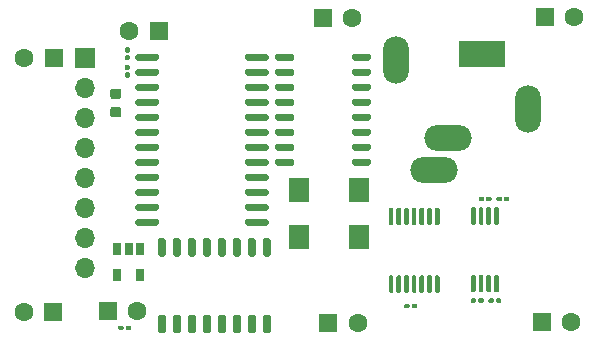
<source format=gbr>
G04 #@! TF.GenerationSoftware,KiCad,Pcbnew,(5.1.9)-1*
G04 #@! TF.CreationDate,2021-01-15T03:22:01+08:00*
G04 #@! TF.ProjectId,opl3,6f706c33-2e6b-4696-9361-645f70636258,rev?*
G04 #@! TF.SameCoordinates,Original*
G04 #@! TF.FileFunction,Soldermask,Top*
G04 #@! TF.FilePolarity,Negative*
%FSLAX46Y46*%
G04 Gerber Fmt 4.6, Leading zero omitted, Abs format (unit mm)*
G04 Created by KiCad (PCBNEW (5.1.9)-1) date 2021-01-15 03:22:01*
%MOMM*%
%LPD*%
G01*
G04 APERTURE LIST*
%ADD10C,1.600000*%
%ADD11R,1.600000X1.600000*%
%ADD12R,1.800000X2.000000*%
%ADD13R,0.650000X1.060000*%
%ADD14O,2.200000X4.000000*%
%ADD15O,4.000000X2.200000*%
%ADD16R,4.000000X2.200000*%
%ADD17O,1.700000X1.700000*%
%ADD18R,1.700000X1.700000*%
G04 APERTURE END LIST*
G04 #@! TO.C,U4*
G36*
G01*
X165164800Y-110689100D02*
X164964800Y-110689100D01*
G75*
G02*
X164864800Y-110589100I0J100000D01*
G01*
X164864800Y-109314100D01*
G75*
G02*
X164964800Y-109214100I100000J0D01*
G01*
X165164800Y-109214100D01*
G75*
G02*
X165264800Y-109314100I0J-100000D01*
G01*
X165264800Y-110589100D01*
G75*
G02*
X165164800Y-110689100I-100000J0D01*
G01*
G37*
G36*
G01*
X165814800Y-110689100D02*
X165614800Y-110689100D01*
G75*
G02*
X165514800Y-110589100I0J100000D01*
G01*
X165514800Y-109314100D01*
G75*
G02*
X165614800Y-109214100I100000J0D01*
G01*
X165814800Y-109214100D01*
G75*
G02*
X165914800Y-109314100I0J-100000D01*
G01*
X165914800Y-110589100D01*
G75*
G02*
X165814800Y-110689100I-100000J0D01*
G01*
G37*
G36*
G01*
X166464800Y-110689100D02*
X166264800Y-110689100D01*
G75*
G02*
X166164800Y-110589100I0J100000D01*
G01*
X166164800Y-109314100D01*
G75*
G02*
X166264800Y-109214100I100000J0D01*
G01*
X166464800Y-109214100D01*
G75*
G02*
X166564800Y-109314100I0J-100000D01*
G01*
X166564800Y-110589100D01*
G75*
G02*
X166464800Y-110689100I-100000J0D01*
G01*
G37*
G36*
G01*
X167114800Y-110689100D02*
X166914800Y-110689100D01*
G75*
G02*
X166814800Y-110589100I0J100000D01*
G01*
X166814800Y-109314100D01*
G75*
G02*
X166914800Y-109214100I100000J0D01*
G01*
X167114800Y-109214100D01*
G75*
G02*
X167214800Y-109314100I0J-100000D01*
G01*
X167214800Y-110589100D01*
G75*
G02*
X167114800Y-110689100I-100000J0D01*
G01*
G37*
G36*
G01*
X167114800Y-116414100D02*
X166914800Y-116414100D01*
G75*
G02*
X166814800Y-116314100I0J100000D01*
G01*
X166814800Y-115039100D01*
G75*
G02*
X166914800Y-114939100I100000J0D01*
G01*
X167114800Y-114939100D01*
G75*
G02*
X167214800Y-115039100I0J-100000D01*
G01*
X167214800Y-116314100D01*
G75*
G02*
X167114800Y-116414100I-100000J0D01*
G01*
G37*
G36*
G01*
X166464800Y-116414100D02*
X166264800Y-116414100D01*
G75*
G02*
X166164800Y-116314100I0J100000D01*
G01*
X166164800Y-115039100D01*
G75*
G02*
X166264800Y-114939100I100000J0D01*
G01*
X166464800Y-114939100D01*
G75*
G02*
X166564800Y-115039100I0J-100000D01*
G01*
X166564800Y-116314100D01*
G75*
G02*
X166464800Y-116414100I-100000J0D01*
G01*
G37*
G36*
G01*
X165814800Y-116414100D02*
X165614800Y-116414100D01*
G75*
G02*
X165514800Y-116314100I0J100000D01*
G01*
X165514800Y-115039100D01*
G75*
G02*
X165614800Y-114939100I100000J0D01*
G01*
X165814800Y-114939100D01*
G75*
G02*
X165914800Y-115039100I0J-100000D01*
G01*
X165914800Y-116314100D01*
G75*
G02*
X165814800Y-116414100I-100000J0D01*
G01*
G37*
G36*
G01*
X165164800Y-116414100D02*
X164964800Y-116414100D01*
G75*
G02*
X164864800Y-116314100I0J100000D01*
G01*
X164864800Y-115039100D01*
G75*
G02*
X164964800Y-114939100I100000J0D01*
G01*
X165164800Y-114939100D01*
G75*
G02*
X165264800Y-115039100I0J-100000D01*
G01*
X165264800Y-116314100D01*
G75*
G02*
X165164800Y-116414100I-100000J0D01*
G01*
G37*
G04 #@! TD*
G04 #@! TO.C,U2*
G36*
G01*
X154786500Y-96644600D02*
X154786500Y-96344600D01*
G75*
G02*
X154936500Y-96194600I150000J0D01*
G01*
X156236500Y-96194600D01*
G75*
G02*
X156386500Y-96344600I0J-150000D01*
G01*
X156386500Y-96644600D01*
G75*
G02*
X156236500Y-96794600I-150000J0D01*
G01*
X154936500Y-96794600D01*
G75*
G02*
X154786500Y-96644600I0J150000D01*
G01*
G37*
G36*
G01*
X154786500Y-97914600D02*
X154786500Y-97614600D01*
G75*
G02*
X154936500Y-97464600I150000J0D01*
G01*
X156236500Y-97464600D01*
G75*
G02*
X156386500Y-97614600I0J-150000D01*
G01*
X156386500Y-97914600D01*
G75*
G02*
X156236500Y-98064600I-150000J0D01*
G01*
X154936500Y-98064600D01*
G75*
G02*
X154786500Y-97914600I0J150000D01*
G01*
G37*
G36*
G01*
X154786500Y-99184600D02*
X154786500Y-98884600D01*
G75*
G02*
X154936500Y-98734600I150000J0D01*
G01*
X156236500Y-98734600D01*
G75*
G02*
X156386500Y-98884600I0J-150000D01*
G01*
X156386500Y-99184600D01*
G75*
G02*
X156236500Y-99334600I-150000J0D01*
G01*
X154936500Y-99334600D01*
G75*
G02*
X154786500Y-99184600I0J150000D01*
G01*
G37*
G36*
G01*
X154786500Y-100454600D02*
X154786500Y-100154600D01*
G75*
G02*
X154936500Y-100004600I150000J0D01*
G01*
X156236500Y-100004600D01*
G75*
G02*
X156386500Y-100154600I0J-150000D01*
G01*
X156386500Y-100454600D01*
G75*
G02*
X156236500Y-100604600I-150000J0D01*
G01*
X154936500Y-100604600D01*
G75*
G02*
X154786500Y-100454600I0J150000D01*
G01*
G37*
G36*
G01*
X154786500Y-101724600D02*
X154786500Y-101424600D01*
G75*
G02*
X154936500Y-101274600I150000J0D01*
G01*
X156236500Y-101274600D01*
G75*
G02*
X156386500Y-101424600I0J-150000D01*
G01*
X156386500Y-101724600D01*
G75*
G02*
X156236500Y-101874600I-150000J0D01*
G01*
X154936500Y-101874600D01*
G75*
G02*
X154786500Y-101724600I0J150000D01*
G01*
G37*
G36*
G01*
X154786500Y-102994600D02*
X154786500Y-102694600D01*
G75*
G02*
X154936500Y-102544600I150000J0D01*
G01*
X156236500Y-102544600D01*
G75*
G02*
X156386500Y-102694600I0J-150000D01*
G01*
X156386500Y-102994600D01*
G75*
G02*
X156236500Y-103144600I-150000J0D01*
G01*
X154936500Y-103144600D01*
G75*
G02*
X154786500Y-102994600I0J150000D01*
G01*
G37*
G36*
G01*
X154786500Y-104264600D02*
X154786500Y-103964600D01*
G75*
G02*
X154936500Y-103814600I150000J0D01*
G01*
X156236500Y-103814600D01*
G75*
G02*
X156386500Y-103964600I0J-150000D01*
G01*
X156386500Y-104264600D01*
G75*
G02*
X156236500Y-104414600I-150000J0D01*
G01*
X154936500Y-104414600D01*
G75*
G02*
X154786500Y-104264600I0J150000D01*
G01*
G37*
G36*
G01*
X154786500Y-105534600D02*
X154786500Y-105234600D01*
G75*
G02*
X154936500Y-105084600I150000J0D01*
G01*
X156236500Y-105084600D01*
G75*
G02*
X156386500Y-105234600I0J-150000D01*
G01*
X156386500Y-105534600D01*
G75*
G02*
X156236500Y-105684600I-150000J0D01*
G01*
X154936500Y-105684600D01*
G75*
G02*
X154786500Y-105534600I0J150000D01*
G01*
G37*
G36*
G01*
X148286500Y-105534600D02*
X148286500Y-105234600D01*
G75*
G02*
X148436500Y-105084600I150000J0D01*
G01*
X149736500Y-105084600D01*
G75*
G02*
X149886500Y-105234600I0J-150000D01*
G01*
X149886500Y-105534600D01*
G75*
G02*
X149736500Y-105684600I-150000J0D01*
G01*
X148436500Y-105684600D01*
G75*
G02*
X148286500Y-105534600I0J150000D01*
G01*
G37*
G36*
G01*
X148286500Y-104264600D02*
X148286500Y-103964600D01*
G75*
G02*
X148436500Y-103814600I150000J0D01*
G01*
X149736500Y-103814600D01*
G75*
G02*
X149886500Y-103964600I0J-150000D01*
G01*
X149886500Y-104264600D01*
G75*
G02*
X149736500Y-104414600I-150000J0D01*
G01*
X148436500Y-104414600D01*
G75*
G02*
X148286500Y-104264600I0J150000D01*
G01*
G37*
G36*
G01*
X148286500Y-102994600D02*
X148286500Y-102694600D01*
G75*
G02*
X148436500Y-102544600I150000J0D01*
G01*
X149736500Y-102544600D01*
G75*
G02*
X149886500Y-102694600I0J-150000D01*
G01*
X149886500Y-102994600D01*
G75*
G02*
X149736500Y-103144600I-150000J0D01*
G01*
X148436500Y-103144600D01*
G75*
G02*
X148286500Y-102994600I0J150000D01*
G01*
G37*
G36*
G01*
X148286500Y-101724600D02*
X148286500Y-101424600D01*
G75*
G02*
X148436500Y-101274600I150000J0D01*
G01*
X149736500Y-101274600D01*
G75*
G02*
X149886500Y-101424600I0J-150000D01*
G01*
X149886500Y-101724600D01*
G75*
G02*
X149736500Y-101874600I-150000J0D01*
G01*
X148436500Y-101874600D01*
G75*
G02*
X148286500Y-101724600I0J150000D01*
G01*
G37*
G36*
G01*
X148286500Y-100454600D02*
X148286500Y-100154600D01*
G75*
G02*
X148436500Y-100004600I150000J0D01*
G01*
X149736500Y-100004600D01*
G75*
G02*
X149886500Y-100154600I0J-150000D01*
G01*
X149886500Y-100454600D01*
G75*
G02*
X149736500Y-100604600I-150000J0D01*
G01*
X148436500Y-100604600D01*
G75*
G02*
X148286500Y-100454600I0J150000D01*
G01*
G37*
G36*
G01*
X148286500Y-99184600D02*
X148286500Y-98884600D01*
G75*
G02*
X148436500Y-98734600I150000J0D01*
G01*
X149736500Y-98734600D01*
G75*
G02*
X149886500Y-98884600I0J-150000D01*
G01*
X149886500Y-99184600D01*
G75*
G02*
X149736500Y-99334600I-150000J0D01*
G01*
X148436500Y-99334600D01*
G75*
G02*
X148286500Y-99184600I0J150000D01*
G01*
G37*
G36*
G01*
X148286500Y-97914600D02*
X148286500Y-97614600D01*
G75*
G02*
X148436500Y-97464600I150000J0D01*
G01*
X149736500Y-97464600D01*
G75*
G02*
X149886500Y-97614600I0J-150000D01*
G01*
X149886500Y-97914600D01*
G75*
G02*
X149736500Y-98064600I-150000J0D01*
G01*
X148436500Y-98064600D01*
G75*
G02*
X148286500Y-97914600I0J150000D01*
G01*
G37*
G36*
G01*
X148286500Y-96644600D02*
X148286500Y-96344600D01*
G75*
G02*
X148436500Y-96194600I150000J0D01*
G01*
X149736500Y-96194600D01*
G75*
G02*
X149886500Y-96344600I0J-150000D01*
G01*
X149886500Y-96644600D01*
G75*
G02*
X149736500Y-96794600I-150000J0D01*
G01*
X148436500Y-96794600D01*
G75*
G02*
X148286500Y-96644600I0J150000D01*
G01*
G37*
G04 #@! TD*
D10*
G04 #@! TO.C,C5*
X173365800Y-118884700D03*
D11*
X170865800Y-118884700D03*
G04 #@! TD*
D12*
G04 #@! TO.C,X1*
X155384500Y-111715300D03*
X150304500Y-111715300D03*
X150304500Y-107715300D03*
X155384500Y-107715300D03*
G04 #@! TD*
D13*
G04 #@! TO.C,U6*
X136814600Y-114955500D03*
X134914600Y-114955500D03*
X134914600Y-112755500D03*
X135864600Y-112755500D03*
X136814600Y-112755500D03*
G04 #@! TD*
G04 #@! TO.C,U5*
G36*
G01*
X147436700Y-118286700D02*
X147736700Y-118286700D01*
G75*
G02*
X147886700Y-118436700I0J-150000D01*
G01*
X147886700Y-119736700D01*
G75*
G02*
X147736700Y-119886700I-150000J0D01*
G01*
X147436700Y-119886700D01*
G75*
G02*
X147286700Y-119736700I0J150000D01*
G01*
X147286700Y-118436700D01*
G75*
G02*
X147436700Y-118286700I150000J0D01*
G01*
G37*
G36*
G01*
X146166700Y-118286700D02*
X146466700Y-118286700D01*
G75*
G02*
X146616700Y-118436700I0J-150000D01*
G01*
X146616700Y-119736700D01*
G75*
G02*
X146466700Y-119886700I-150000J0D01*
G01*
X146166700Y-119886700D01*
G75*
G02*
X146016700Y-119736700I0J150000D01*
G01*
X146016700Y-118436700D01*
G75*
G02*
X146166700Y-118286700I150000J0D01*
G01*
G37*
G36*
G01*
X144896700Y-118286700D02*
X145196700Y-118286700D01*
G75*
G02*
X145346700Y-118436700I0J-150000D01*
G01*
X145346700Y-119736700D01*
G75*
G02*
X145196700Y-119886700I-150000J0D01*
G01*
X144896700Y-119886700D01*
G75*
G02*
X144746700Y-119736700I0J150000D01*
G01*
X144746700Y-118436700D01*
G75*
G02*
X144896700Y-118286700I150000J0D01*
G01*
G37*
G36*
G01*
X143626700Y-118286700D02*
X143926700Y-118286700D01*
G75*
G02*
X144076700Y-118436700I0J-150000D01*
G01*
X144076700Y-119736700D01*
G75*
G02*
X143926700Y-119886700I-150000J0D01*
G01*
X143626700Y-119886700D01*
G75*
G02*
X143476700Y-119736700I0J150000D01*
G01*
X143476700Y-118436700D01*
G75*
G02*
X143626700Y-118286700I150000J0D01*
G01*
G37*
G36*
G01*
X142356700Y-118286700D02*
X142656700Y-118286700D01*
G75*
G02*
X142806700Y-118436700I0J-150000D01*
G01*
X142806700Y-119736700D01*
G75*
G02*
X142656700Y-119886700I-150000J0D01*
G01*
X142356700Y-119886700D01*
G75*
G02*
X142206700Y-119736700I0J150000D01*
G01*
X142206700Y-118436700D01*
G75*
G02*
X142356700Y-118286700I150000J0D01*
G01*
G37*
G36*
G01*
X141086700Y-118286700D02*
X141386700Y-118286700D01*
G75*
G02*
X141536700Y-118436700I0J-150000D01*
G01*
X141536700Y-119736700D01*
G75*
G02*
X141386700Y-119886700I-150000J0D01*
G01*
X141086700Y-119886700D01*
G75*
G02*
X140936700Y-119736700I0J150000D01*
G01*
X140936700Y-118436700D01*
G75*
G02*
X141086700Y-118286700I150000J0D01*
G01*
G37*
G36*
G01*
X139816700Y-118286700D02*
X140116700Y-118286700D01*
G75*
G02*
X140266700Y-118436700I0J-150000D01*
G01*
X140266700Y-119736700D01*
G75*
G02*
X140116700Y-119886700I-150000J0D01*
G01*
X139816700Y-119886700D01*
G75*
G02*
X139666700Y-119736700I0J150000D01*
G01*
X139666700Y-118436700D01*
G75*
G02*
X139816700Y-118286700I150000J0D01*
G01*
G37*
G36*
G01*
X138546700Y-118286700D02*
X138846700Y-118286700D01*
G75*
G02*
X138996700Y-118436700I0J-150000D01*
G01*
X138996700Y-119736700D01*
G75*
G02*
X138846700Y-119886700I-150000J0D01*
G01*
X138546700Y-119886700D01*
G75*
G02*
X138396700Y-119736700I0J150000D01*
G01*
X138396700Y-118436700D01*
G75*
G02*
X138546700Y-118286700I150000J0D01*
G01*
G37*
G36*
G01*
X138546700Y-111786700D02*
X138846700Y-111786700D01*
G75*
G02*
X138996700Y-111936700I0J-150000D01*
G01*
X138996700Y-113236700D01*
G75*
G02*
X138846700Y-113386700I-150000J0D01*
G01*
X138546700Y-113386700D01*
G75*
G02*
X138396700Y-113236700I0J150000D01*
G01*
X138396700Y-111936700D01*
G75*
G02*
X138546700Y-111786700I150000J0D01*
G01*
G37*
G36*
G01*
X139816700Y-111786700D02*
X140116700Y-111786700D01*
G75*
G02*
X140266700Y-111936700I0J-150000D01*
G01*
X140266700Y-113236700D01*
G75*
G02*
X140116700Y-113386700I-150000J0D01*
G01*
X139816700Y-113386700D01*
G75*
G02*
X139666700Y-113236700I0J150000D01*
G01*
X139666700Y-111936700D01*
G75*
G02*
X139816700Y-111786700I150000J0D01*
G01*
G37*
G36*
G01*
X141086700Y-111786700D02*
X141386700Y-111786700D01*
G75*
G02*
X141536700Y-111936700I0J-150000D01*
G01*
X141536700Y-113236700D01*
G75*
G02*
X141386700Y-113386700I-150000J0D01*
G01*
X141086700Y-113386700D01*
G75*
G02*
X140936700Y-113236700I0J150000D01*
G01*
X140936700Y-111936700D01*
G75*
G02*
X141086700Y-111786700I150000J0D01*
G01*
G37*
G36*
G01*
X142356700Y-111786700D02*
X142656700Y-111786700D01*
G75*
G02*
X142806700Y-111936700I0J-150000D01*
G01*
X142806700Y-113236700D01*
G75*
G02*
X142656700Y-113386700I-150000J0D01*
G01*
X142356700Y-113386700D01*
G75*
G02*
X142206700Y-113236700I0J150000D01*
G01*
X142206700Y-111936700D01*
G75*
G02*
X142356700Y-111786700I150000J0D01*
G01*
G37*
G36*
G01*
X143626700Y-111786700D02*
X143926700Y-111786700D01*
G75*
G02*
X144076700Y-111936700I0J-150000D01*
G01*
X144076700Y-113236700D01*
G75*
G02*
X143926700Y-113386700I-150000J0D01*
G01*
X143626700Y-113386700D01*
G75*
G02*
X143476700Y-113236700I0J150000D01*
G01*
X143476700Y-111936700D01*
G75*
G02*
X143626700Y-111786700I150000J0D01*
G01*
G37*
G36*
G01*
X144896700Y-111786700D02*
X145196700Y-111786700D01*
G75*
G02*
X145346700Y-111936700I0J-150000D01*
G01*
X145346700Y-113236700D01*
G75*
G02*
X145196700Y-113386700I-150000J0D01*
G01*
X144896700Y-113386700D01*
G75*
G02*
X144746700Y-113236700I0J150000D01*
G01*
X144746700Y-111936700D01*
G75*
G02*
X144896700Y-111786700I150000J0D01*
G01*
G37*
G36*
G01*
X146166700Y-111786700D02*
X146466700Y-111786700D01*
G75*
G02*
X146616700Y-111936700I0J-150000D01*
G01*
X146616700Y-113236700D01*
G75*
G02*
X146466700Y-113386700I-150000J0D01*
G01*
X146166700Y-113386700D01*
G75*
G02*
X146016700Y-113236700I0J150000D01*
G01*
X146016700Y-111936700D01*
G75*
G02*
X146166700Y-111786700I150000J0D01*
G01*
G37*
G36*
G01*
X147436700Y-111786700D02*
X147736700Y-111786700D01*
G75*
G02*
X147886700Y-111936700I0J-150000D01*
G01*
X147886700Y-113236700D01*
G75*
G02*
X147736700Y-113386700I-150000J0D01*
G01*
X147436700Y-113386700D01*
G75*
G02*
X147286700Y-113236700I0J150000D01*
G01*
X147286700Y-111936700D01*
G75*
G02*
X147436700Y-111786700I150000J0D01*
G01*
G37*
G04 #@! TD*
G04 #@! TO.C,U3*
G36*
G01*
X158195400Y-110727200D02*
X157995400Y-110727200D01*
G75*
G02*
X157895400Y-110627200I0J100000D01*
G01*
X157895400Y-109352200D01*
G75*
G02*
X157995400Y-109252200I100000J0D01*
G01*
X158195400Y-109252200D01*
G75*
G02*
X158295400Y-109352200I0J-100000D01*
G01*
X158295400Y-110627200D01*
G75*
G02*
X158195400Y-110727200I-100000J0D01*
G01*
G37*
G36*
G01*
X158845400Y-110727200D02*
X158645400Y-110727200D01*
G75*
G02*
X158545400Y-110627200I0J100000D01*
G01*
X158545400Y-109352200D01*
G75*
G02*
X158645400Y-109252200I100000J0D01*
G01*
X158845400Y-109252200D01*
G75*
G02*
X158945400Y-109352200I0J-100000D01*
G01*
X158945400Y-110627200D01*
G75*
G02*
X158845400Y-110727200I-100000J0D01*
G01*
G37*
G36*
G01*
X159495400Y-110727200D02*
X159295400Y-110727200D01*
G75*
G02*
X159195400Y-110627200I0J100000D01*
G01*
X159195400Y-109352200D01*
G75*
G02*
X159295400Y-109252200I100000J0D01*
G01*
X159495400Y-109252200D01*
G75*
G02*
X159595400Y-109352200I0J-100000D01*
G01*
X159595400Y-110627200D01*
G75*
G02*
X159495400Y-110727200I-100000J0D01*
G01*
G37*
G36*
G01*
X160145400Y-110727200D02*
X159945400Y-110727200D01*
G75*
G02*
X159845400Y-110627200I0J100000D01*
G01*
X159845400Y-109352200D01*
G75*
G02*
X159945400Y-109252200I100000J0D01*
G01*
X160145400Y-109252200D01*
G75*
G02*
X160245400Y-109352200I0J-100000D01*
G01*
X160245400Y-110627200D01*
G75*
G02*
X160145400Y-110727200I-100000J0D01*
G01*
G37*
G36*
G01*
X160795400Y-110727200D02*
X160595400Y-110727200D01*
G75*
G02*
X160495400Y-110627200I0J100000D01*
G01*
X160495400Y-109352200D01*
G75*
G02*
X160595400Y-109252200I100000J0D01*
G01*
X160795400Y-109252200D01*
G75*
G02*
X160895400Y-109352200I0J-100000D01*
G01*
X160895400Y-110627200D01*
G75*
G02*
X160795400Y-110727200I-100000J0D01*
G01*
G37*
G36*
G01*
X161445400Y-110727200D02*
X161245400Y-110727200D01*
G75*
G02*
X161145400Y-110627200I0J100000D01*
G01*
X161145400Y-109352200D01*
G75*
G02*
X161245400Y-109252200I100000J0D01*
G01*
X161445400Y-109252200D01*
G75*
G02*
X161545400Y-109352200I0J-100000D01*
G01*
X161545400Y-110627200D01*
G75*
G02*
X161445400Y-110727200I-100000J0D01*
G01*
G37*
G36*
G01*
X162095400Y-110727200D02*
X161895400Y-110727200D01*
G75*
G02*
X161795400Y-110627200I0J100000D01*
G01*
X161795400Y-109352200D01*
G75*
G02*
X161895400Y-109252200I100000J0D01*
G01*
X162095400Y-109252200D01*
G75*
G02*
X162195400Y-109352200I0J-100000D01*
G01*
X162195400Y-110627200D01*
G75*
G02*
X162095400Y-110727200I-100000J0D01*
G01*
G37*
G36*
G01*
X162095400Y-116452200D02*
X161895400Y-116452200D01*
G75*
G02*
X161795400Y-116352200I0J100000D01*
G01*
X161795400Y-115077200D01*
G75*
G02*
X161895400Y-114977200I100000J0D01*
G01*
X162095400Y-114977200D01*
G75*
G02*
X162195400Y-115077200I0J-100000D01*
G01*
X162195400Y-116352200D01*
G75*
G02*
X162095400Y-116452200I-100000J0D01*
G01*
G37*
G36*
G01*
X161445400Y-116452200D02*
X161245400Y-116452200D01*
G75*
G02*
X161145400Y-116352200I0J100000D01*
G01*
X161145400Y-115077200D01*
G75*
G02*
X161245400Y-114977200I100000J0D01*
G01*
X161445400Y-114977200D01*
G75*
G02*
X161545400Y-115077200I0J-100000D01*
G01*
X161545400Y-116352200D01*
G75*
G02*
X161445400Y-116452200I-100000J0D01*
G01*
G37*
G36*
G01*
X160795400Y-116452200D02*
X160595400Y-116452200D01*
G75*
G02*
X160495400Y-116352200I0J100000D01*
G01*
X160495400Y-115077200D01*
G75*
G02*
X160595400Y-114977200I100000J0D01*
G01*
X160795400Y-114977200D01*
G75*
G02*
X160895400Y-115077200I0J-100000D01*
G01*
X160895400Y-116352200D01*
G75*
G02*
X160795400Y-116452200I-100000J0D01*
G01*
G37*
G36*
G01*
X160145400Y-116452200D02*
X159945400Y-116452200D01*
G75*
G02*
X159845400Y-116352200I0J100000D01*
G01*
X159845400Y-115077200D01*
G75*
G02*
X159945400Y-114977200I100000J0D01*
G01*
X160145400Y-114977200D01*
G75*
G02*
X160245400Y-115077200I0J-100000D01*
G01*
X160245400Y-116352200D01*
G75*
G02*
X160145400Y-116452200I-100000J0D01*
G01*
G37*
G36*
G01*
X159495400Y-116452200D02*
X159295400Y-116452200D01*
G75*
G02*
X159195400Y-116352200I0J100000D01*
G01*
X159195400Y-115077200D01*
G75*
G02*
X159295400Y-114977200I100000J0D01*
G01*
X159495400Y-114977200D01*
G75*
G02*
X159595400Y-115077200I0J-100000D01*
G01*
X159595400Y-116352200D01*
G75*
G02*
X159495400Y-116452200I-100000J0D01*
G01*
G37*
G36*
G01*
X158845400Y-116452200D02*
X158645400Y-116452200D01*
G75*
G02*
X158545400Y-116352200I0J100000D01*
G01*
X158545400Y-115077200D01*
G75*
G02*
X158645400Y-114977200I100000J0D01*
G01*
X158845400Y-114977200D01*
G75*
G02*
X158945400Y-115077200I0J-100000D01*
G01*
X158945400Y-116352200D01*
G75*
G02*
X158845400Y-116452200I-100000J0D01*
G01*
G37*
G36*
G01*
X158195400Y-116452200D02*
X157995400Y-116452200D01*
G75*
G02*
X157895400Y-116352200I0J100000D01*
G01*
X157895400Y-115077200D01*
G75*
G02*
X157995400Y-114977200I100000J0D01*
G01*
X158195400Y-114977200D01*
G75*
G02*
X158295400Y-115077200I0J-100000D01*
G01*
X158295400Y-116352200D01*
G75*
G02*
X158195400Y-116452200I-100000J0D01*
G01*
G37*
G04 #@! TD*
G04 #@! TO.C,U1*
G36*
G01*
X145737600Y-96657500D02*
X145737600Y-96382500D01*
G75*
G02*
X145875100Y-96245000I137500J0D01*
G01*
X147600100Y-96245000D01*
G75*
G02*
X147737600Y-96382500I0J-137500D01*
G01*
X147737600Y-96657500D01*
G75*
G02*
X147600100Y-96795000I-137500J0D01*
G01*
X145875100Y-96795000D01*
G75*
G02*
X145737600Y-96657500I0J137500D01*
G01*
G37*
G36*
G01*
X145737600Y-97927500D02*
X145737600Y-97652500D01*
G75*
G02*
X145875100Y-97515000I137500J0D01*
G01*
X147600100Y-97515000D01*
G75*
G02*
X147737600Y-97652500I0J-137500D01*
G01*
X147737600Y-97927500D01*
G75*
G02*
X147600100Y-98065000I-137500J0D01*
G01*
X145875100Y-98065000D01*
G75*
G02*
X145737600Y-97927500I0J137500D01*
G01*
G37*
G36*
G01*
X145737600Y-99197500D02*
X145737600Y-98922500D01*
G75*
G02*
X145875100Y-98785000I137500J0D01*
G01*
X147600100Y-98785000D01*
G75*
G02*
X147737600Y-98922500I0J-137500D01*
G01*
X147737600Y-99197500D01*
G75*
G02*
X147600100Y-99335000I-137500J0D01*
G01*
X145875100Y-99335000D01*
G75*
G02*
X145737600Y-99197500I0J137500D01*
G01*
G37*
G36*
G01*
X145737600Y-100467500D02*
X145737600Y-100192500D01*
G75*
G02*
X145875100Y-100055000I137500J0D01*
G01*
X147600100Y-100055000D01*
G75*
G02*
X147737600Y-100192500I0J-137500D01*
G01*
X147737600Y-100467500D01*
G75*
G02*
X147600100Y-100605000I-137500J0D01*
G01*
X145875100Y-100605000D01*
G75*
G02*
X145737600Y-100467500I0J137500D01*
G01*
G37*
G36*
G01*
X145737600Y-101737500D02*
X145737600Y-101462500D01*
G75*
G02*
X145875100Y-101325000I137500J0D01*
G01*
X147600100Y-101325000D01*
G75*
G02*
X147737600Y-101462500I0J-137500D01*
G01*
X147737600Y-101737500D01*
G75*
G02*
X147600100Y-101875000I-137500J0D01*
G01*
X145875100Y-101875000D01*
G75*
G02*
X145737600Y-101737500I0J137500D01*
G01*
G37*
G36*
G01*
X145737600Y-103007500D02*
X145737600Y-102732500D01*
G75*
G02*
X145875100Y-102595000I137500J0D01*
G01*
X147600100Y-102595000D01*
G75*
G02*
X147737600Y-102732500I0J-137500D01*
G01*
X147737600Y-103007500D01*
G75*
G02*
X147600100Y-103145000I-137500J0D01*
G01*
X145875100Y-103145000D01*
G75*
G02*
X145737600Y-103007500I0J137500D01*
G01*
G37*
G36*
G01*
X145737600Y-104277500D02*
X145737600Y-104002500D01*
G75*
G02*
X145875100Y-103865000I137500J0D01*
G01*
X147600100Y-103865000D01*
G75*
G02*
X147737600Y-104002500I0J-137500D01*
G01*
X147737600Y-104277500D01*
G75*
G02*
X147600100Y-104415000I-137500J0D01*
G01*
X145875100Y-104415000D01*
G75*
G02*
X145737600Y-104277500I0J137500D01*
G01*
G37*
G36*
G01*
X145737600Y-105547500D02*
X145737600Y-105272500D01*
G75*
G02*
X145875100Y-105135000I137500J0D01*
G01*
X147600100Y-105135000D01*
G75*
G02*
X147737600Y-105272500I0J-137500D01*
G01*
X147737600Y-105547500D01*
G75*
G02*
X147600100Y-105685000I-137500J0D01*
G01*
X145875100Y-105685000D01*
G75*
G02*
X145737600Y-105547500I0J137500D01*
G01*
G37*
G36*
G01*
X145737600Y-106817500D02*
X145737600Y-106542500D01*
G75*
G02*
X145875100Y-106405000I137500J0D01*
G01*
X147600100Y-106405000D01*
G75*
G02*
X147737600Y-106542500I0J-137500D01*
G01*
X147737600Y-106817500D01*
G75*
G02*
X147600100Y-106955000I-137500J0D01*
G01*
X145875100Y-106955000D01*
G75*
G02*
X145737600Y-106817500I0J137500D01*
G01*
G37*
G36*
G01*
X145737600Y-108087500D02*
X145737600Y-107812500D01*
G75*
G02*
X145875100Y-107675000I137500J0D01*
G01*
X147600100Y-107675000D01*
G75*
G02*
X147737600Y-107812500I0J-137500D01*
G01*
X147737600Y-108087500D01*
G75*
G02*
X147600100Y-108225000I-137500J0D01*
G01*
X145875100Y-108225000D01*
G75*
G02*
X145737600Y-108087500I0J137500D01*
G01*
G37*
G36*
G01*
X145737600Y-109357500D02*
X145737600Y-109082500D01*
G75*
G02*
X145875100Y-108945000I137500J0D01*
G01*
X147600100Y-108945000D01*
G75*
G02*
X147737600Y-109082500I0J-137500D01*
G01*
X147737600Y-109357500D01*
G75*
G02*
X147600100Y-109495000I-137500J0D01*
G01*
X145875100Y-109495000D01*
G75*
G02*
X145737600Y-109357500I0J137500D01*
G01*
G37*
G36*
G01*
X145737600Y-110627500D02*
X145737600Y-110352500D01*
G75*
G02*
X145875100Y-110215000I137500J0D01*
G01*
X147600100Y-110215000D01*
G75*
G02*
X147737600Y-110352500I0J-137500D01*
G01*
X147737600Y-110627500D01*
G75*
G02*
X147600100Y-110765000I-137500J0D01*
G01*
X145875100Y-110765000D01*
G75*
G02*
X145737600Y-110627500I0J137500D01*
G01*
G37*
G36*
G01*
X136437600Y-110627500D02*
X136437600Y-110352500D01*
G75*
G02*
X136575100Y-110215000I137500J0D01*
G01*
X138300100Y-110215000D01*
G75*
G02*
X138437600Y-110352500I0J-137500D01*
G01*
X138437600Y-110627500D01*
G75*
G02*
X138300100Y-110765000I-137500J0D01*
G01*
X136575100Y-110765000D01*
G75*
G02*
X136437600Y-110627500I0J137500D01*
G01*
G37*
G36*
G01*
X136437600Y-109357500D02*
X136437600Y-109082500D01*
G75*
G02*
X136575100Y-108945000I137500J0D01*
G01*
X138300100Y-108945000D01*
G75*
G02*
X138437600Y-109082500I0J-137500D01*
G01*
X138437600Y-109357500D01*
G75*
G02*
X138300100Y-109495000I-137500J0D01*
G01*
X136575100Y-109495000D01*
G75*
G02*
X136437600Y-109357500I0J137500D01*
G01*
G37*
G36*
G01*
X136437600Y-108087500D02*
X136437600Y-107812500D01*
G75*
G02*
X136575100Y-107675000I137500J0D01*
G01*
X138300100Y-107675000D01*
G75*
G02*
X138437600Y-107812500I0J-137500D01*
G01*
X138437600Y-108087500D01*
G75*
G02*
X138300100Y-108225000I-137500J0D01*
G01*
X136575100Y-108225000D01*
G75*
G02*
X136437600Y-108087500I0J137500D01*
G01*
G37*
G36*
G01*
X136437600Y-106817500D02*
X136437600Y-106542500D01*
G75*
G02*
X136575100Y-106405000I137500J0D01*
G01*
X138300100Y-106405000D01*
G75*
G02*
X138437600Y-106542500I0J-137500D01*
G01*
X138437600Y-106817500D01*
G75*
G02*
X138300100Y-106955000I-137500J0D01*
G01*
X136575100Y-106955000D01*
G75*
G02*
X136437600Y-106817500I0J137500D01*
G01*
G37*
G36*
G01*
X136437600Y-105547500D02*
X136437600Y-105272500D01*
G75*
G02*
X136575100Y-105135000I137500J0D01*
G01*
X138300100Y-105135000D01*
G75*
G02*
X138437600Y-105272500I0J-137500D01*
G01*
X138437600Y-105547500D01*
G75*
G02*
X138300100Y-105685000I-137500J0D01*
G01*
X136575100Y-105685000D01*
G75*
G02*
X136437600Y-105547500I0J137500D01*
G01*
G37*
G36*
G01*
X136437600Y-104277500D02*
X136437600Y-104002500D01*
G75*
G02*
X136575100Y-103865000I137500J0D01*
G01*
X138300100Y-103865000D01*
G75*
G02*
X138437600Y-104002500I0J-137500D01*
G01*
X138437600Y-104277500D01*
G75*
G02*
X138300100Y-104415000I-137500J0D01*
G01*
X136575100Y-104415000D01*
G75*
G02*
X136437600Y-104277500I0J137500D01*
G01*
G37*
G36*
G01*
X136437600Y-103007500D02*
X136437600Y-102732500D01*
G75*
G02*
X136575100Y-102595000I137500J0D01*
G01*
X138300100Y-102595000D01*
G75*
G02*
X138437600Y-102732500I0J-137500D01*
G01*
X138437600Y-103007500D01*
G75*
G02*
X138300100Y-103145000I-137500J0D01*
G01*
X136575100Y-103145000D01*
G75*
G02*
X136437600Y-103007500I0J137500D01*
G01*
G37*
G36*
G01*
X136437600Y-101737500D02*
X136437600Y-101462500D01*
G75*
G02*
X136575100Y-101325000I137500J0D01*
G01*
X138300100Y-101325000D01*
G75*
G02*
X138437600Y-101462500I0J-137500D01*
G01*
X138437600Y-101737500D01*
G75*
G02*
X138300100Y-101875000I-137500J0D01*
G01*
X136575100Y-101875000D01*
G75*
G02*
X136437600Y-101737500I0J137500D01*
G01*
G37*
G36*
G01*
X136437600Y-100467500D02*
X136437600Y-100192500D01*
G75*
G02*
X136575100Y-100055000I137500J0D01*
G01*
X138300100Y-100055000D01*
G75*
G02*
X138437600Y-100192500I0J-137500D01*
G01*
X138437600Y-100467500D01*
G75*
G02*
X138300100Y-100605000I-137500J0D01*
G01*
X136575100Y-100605000D01*
G75*
G02*
X136437600Y-100467500I0J137500D01*
G01*
G37*
G36*
G01*
X136437600Y-99197500D02*
X136437600Y-98922500D01*
G75*
G02*
X136575100Y-98785000I137500J0D01*
G01*
X138300100Y-98785000D01*
G75*
G02*
X138437600Y-98922500I0J-137500D01*
G01*
X138437600Y-99197500D01*
G75*
G02*
X138300100Y-99335000I-137500J0D01*
G01*
X136575100Y-99335000D01*
G75*
G02*
X136437600Y-99197500I0J137500D01*
G01*
G37*
G36*
G01*
X136437600Y-97927500D02*
X136437600Y-97652500D01*
G75*
G02*
X136575100Y-97515000I137500J0D01*
G01*
X138300100Y-97515000D01*
G75*
G02*
X138437600Y-97652500I0J-137500D01*
G01*
X138437600Y-97927500D01*
G75*
G02*
X138300100Y-98065000I-137500J0D01*
G01*
X136575100Y-98065000D01*
G75*
G02*
X136437600Y-97927500I0J137500D01*
G01*
G37*
G36*
G01*
X136437600Y-96657500D02*
X136437600Y-96382500D01*
G75*
G02*
X136575100Y-96245000I137500J0D01*
G01*
X138300100Y-96245000D01*
G75*
G02*
X138437600Y-96382500I0J-137500D01*
G01*
X138437600Y-96657500D01*
G75*
G02*
X138300100Y-96795000I-137500J0D01*
G01*
X136575100Y-96795000D01*
G75*
G02*
X136437600Y-96657500I0J137500D01*
G01*
G37*
G04 #@! TD*
G04 #@! TO.C,R8*
G36*
G01*
X166142500Y-108608800D02*
X166142500Y-108408800D01*
G75*
G02*
X166242500Y-108308800I100000J0D01*
G01*
X166502500Y-108308800D01*
G75*
G02*
X166602500Y-108408800I0J-100000D01*
G01*
X166602500Y-108608800D01*
G75*
G02*
X166502500Y-108708800I-100000J0D01*
G01*
X166242500Y-108708800D01*
G75*
G02*
X166142500Y-108608800I0J100000D01*
G01*
G37*
G36*
G01*
X165502500Y-108608800D02*
X165502500Y-108408800D01*
G75*
G02*
X165602500Y-108308800I100000J0D01*
G01*
X165862500Y-108308800D01*
G75*
G02*
X165962500Y-108408800I0J-100000D01*
G01*
X165962500Y-108608800D01*
G75*
G02*
X165862500Y-108708800I-100000J0D01*
G01*
X165602500Y-108708800D01*
G75*
G02*
X165502500Y-108608800I0J100000D01*
G01*
G37*
G04 #@! TD*
G04 #@! TO.C,R7*
G36*
G01*
X165469400Y-117219400D02*
X165469400Y-117019400D01*
G75*
G02*
X165569400Y-116919400I100000J0D01*
G01*
X165829400Y-116919400D01*
G75*
G02*
X165929400Y-117019400I0J-100000D01*
G01*
X165929400Y-117219400D01*
G75*
G02*
X165829400Y-117319400I-100000J0D01*
G01*
X165569400Y-117319400D01*
G75*
G02*
X165469400Y-117219400I0J100000D01*
G01*
G37*
G36*
G01*
X164829400Y-117219400D02*
X164829400Y-117019400D01*
G75*
G02*
X164929400Y-116919400I100000J0D01*
G01*
X165189400Y-116919400D01*
G75*
G02*
X165289400Y-117019400I0J-100000D01*
G01*
X165289400Y-117219400D01*
G75*
G02*
X165189400Y-117319400I-100000J0D01*
G01*
X164929400Y-117319400D01*
G75*
G02*
X164829400Y-117219400I0J100000D01*
G01*
G37*
G04 #@! TD*
G04 #@! TO.C,R5*
G36*
G01*
X167653800Y-108608800D02*
X167653800Y-108408800D01*
G75*
G02*
X167753800Y-108308800I100000J0D01*
G01*
X168013800Y-108308800D01*
G75*
G02*
X168113800Y-108408800I0J-100000D01*
G01*
X168113800Y-108608800D01*
G75*
G02*
X168013800Y-108708800I-100000J0D01*
G01*
X167753800Y-108708800D01*
G75*
G02*
X167653800Y-108608800I0J100000D01*
G01*
G37*
G36*
G01*
X167013800Y-108608800D02*
X167013800Y-108408800D01*
G75*
G02*
X167113800Y-108308800I100000J0D01*
G01*
X167373800Y-108308800D01*
G75*
G02*
X167473800Y-108408800I0J-100000D01*
G01*
X167473800Y-108608800D01*
G75*
G02*
X167373800Y-108708800I-100000J0D01*
G01*
X167113800Y-108708800D01*
G75*
G02*
X167013800Y-108608800I0J100000D01*
G01*
G37*
G04 #@! TD*
G04 #@! TO.C,R3*
G36*
G01*
X166980700Y-117219400D02*
X166980700Y-117019400D01*
G75*
G02*
X167080700Y-116919400I100000J0D01*
G01*
X167340700Y-116919400D01*
G75*
G02*
X167440700Y-117019400I0J-100000D01*
G01*
X167440700Y-117219400D01*
G75*
G02*
X167340700Y-117319400I-100000J0D01*
G01*
X167080700Y-117319400D01*
G75*
G02*
X166980700Y-117219400I0J100000D01*
G01*
G37*
G36*
G01*
X166340700Y-117219400D02*
X166340700Y-117019400D01*
G75*
G02*
X166440700Y-116919400I100000J0D01*
G01*
X166700700Y-116919400D01*
G75*
G02*
X166800700Y-117019400I0J-100000D01*
G01*
X166800700Y-117219400D01*
G75*
G02*
X166700700Y-117319400I-100000J0D01*
G01*
X166440700Y-117319400D01*
G75*
G02*
X166340700Y-117219400I0J100000D01*
G01*
G37*
G04 #@! TD*
D14*
G04 #@! TO.C,J2*
X169696000Y-100866000D03*
D15*
X161696000Y-106066000D03*
X162896000Y-103366000D03*
D14*
X158496000Y-96766000D03*
D16*
X165796000Y-96266000D03*
G04 #@! TD*
D17*
G04 #@! TO.C,J1*
X132168900Y-114376200D03*
X132168900Y-111836200D03*
X132168900Y-109296200D03*
X132168900Y-106756200D03*
X132168900Y-104216200D03*
X132168900Y-101676200D03*
X132168900Y-99136200D03*
D18*
X132168900Y-96596200D03*
G04 #@! TD*
D10*
G04 #@! TO.C,C17*
X135917300Y-94322900D03*
D11*
X138417300Y-94322900D03*
G04 #@! TD*
G04 #@! TO.C,C13*
G36*
G01*
X159660800Y-117476600D02*
X159660800Y-117676600D01*
G75*
G02*
X159560800Y-117776600I-100000J0D01*
G01*
X159300800Y-117776600D01*
G75*
G02*
X159200800Y-117676600I0J100000D01*
G01*
X159200800Y-117476600D01*
G75*
G02*
X159300800Y-117376600I100000J0D01*
G01*
X159560800Y-117376600D01*
G75*
G02*
X159660800Y-117476600I0J-100000D01*
G01*
G37*
G36*
G01*
X160300800Y-117476600D02*
X160300800Y-117676600D01*
G75*
G02*
X160200800Y-117776600I-100000J0D01*
G01*
X159940800Y-117776600D01*
G75*
G02*
X159840800Y-117676600I0J100000D01*
G01*
X159840800Y-117476600D01*
G75*
G02*
X159940800Y-117376600I100000J0D01*
G01*
X160200800Y-117376600D01*
G75*
G02*
X160300800Y-117476600I0J-100000D01*
G01*
G37*
G04 #@! TD*
D10*
G04 #@! TO.C,C12*
X154811100Y-93141800D03*
D11*
X152311100Y-93141800D03*
G04 #@! TD*
D10*
G04 #@! TO.C,C11*
X127052700Y-96583500D03*
D11*
X129552700Y-96583500D03*
G04 #@! TD*
D10*
G04 #@! TO.C,C10*
X173619800Y-93103700D03*
D11*
X171119800Y-93103700D03*
G04 #@! TD*
D10*
G04 #@! TO.C,C9*
X126989200Y-118059200D03*
D11*
X129489200Y-118059200D03*
G04 #@! TD*
D10*
G04 #@! TO.C,C8*
X136601200Y-118021100D03*
D11*
X134101200Y-118021100D03*
G04 #@! TD*
D10*
G04 #@! TO.C,C7*
X155255600Y-119024400D03*
D11*
X152755600Y-119024400D03*
G04 #@! TD*
G04 #@! TO.C,C6*
G36*
G01*
X134535100Y-100705800D02*
X135035100Y-100705800D01*
G75*
G02*
X135260100Y-100930800I0J-225000D01*
G01*
X135260100Y-101380800D01*
G75*
G02*
X135035100Y-101605800I-225000J0D01*
G01*
X134535100Y-101605800D01*
G75*
G02*
X134310100Y-101380800I0J225000D01*
G01*
X134310100Y-100930800D01*
G75*
G02*
X134535100Y-100705800I225000J0D01*
G01*
G37*
G36*
G01*
X134535100Y-99155800D02*
X135035100Y-99155800D01*
G75*
G02*
X135260100Y-99380800I0J-225000D01*
G01*
X135260100Y-99830800D01*
G75*
G02*
X135035100Y-100055800I-225000J0D01*
G01*
X134535100Y-100055800D01*
G75*
G02*
X134310100Y-99830800I0J225000D01*
G01*
X134310100Y-99380800D01*
G75*
G02*
X134535100Y-99155800I225000J0D01*
G01*
G37*
G04 #@! TD*
G04 #@! TO.C,C4*
G36*
G01*
X135863000Y-96125200D02*
X135663000Y-96125200D01*
G75*
G02*
X135563000Y-96025200I0J100000D01*
G01*
X135563000Y-95765200D01*
G75*
G02*
X135663000Y-95665200I100000J0D01*
G01*
X135863000Y-95665200D01*
G75*
G02*
X135963000Y-95765200I0J-100000D01*
G01*
X135963000Y-96025200D01*
G75*
G02*
X135863000Y-96125200I-100000J0D01*
G01*
G37*
G36*
G01*
X135863000Y-96765200D02*
X135663000Y-96765200D01*
G75*
G02*
X135563000Y-96665200I0J100000D01*
G01*
X135563000Y-96405200D01*
G75*
G02*
X135663000Y-96305200I100000J0D01*
G01*
X135863000Y-96305200D01*
G75*
G02*
X135963000Y-96405200I0J-100000D01*
G01*
X135963000Y-96665200D01*
G75*
G02*
X135863000Y-96765200I-100000J0D01*
G01*
G37*
G04 #@! TD*
G04 #@! TO.C,C3*
G36*
G01*
X135663000Y-97778400D02*
X135863000Y-97778400D01*
G75*
G02*
X135963000Y-97878400I0J-100000D01*
G01*
X135963000Y-98138400D01*
G75*
G02*
X135863000Y-98238400I-100000J0D01*
G01*
X135663000Y-98238400D01*
G75*
G02*
X135563000Y-98138400I0J100000D01*
G01*
X135563000Y-97878400D01*
G75*
G02*
X135663000Y-97778400I100000J0D01*
G01*
G37*
G36*
G01*
X135663000Y-97138400D02*
X135863000Y-97138400D01*
G75*
G02*
X135963000Y-97238400I0J-100000D01*
G01*
X135963000Y-97498400D01*
G75*
G02*
X135863000Y-97598400I-100000J0D01*
G01*
X135663000Y-97598400D01*
G75*
G02*
X135563000Y-97498400I0J100000D01*
G01*
X135563000Y-97238400D01*
G75*
G02*
X135663000Y-97138400I100000J0D01*
G01*
G37*
G04 #@! TD*
G04 #@! TO.C,C2*
G36*
G01*
X135624400Y-119518100D02*
X135624400Y-119318100D01*
G75*
G02*
X135724400Y-119218100I100000J0D01*
G01*
X135984400Y-119218100D01*
G75*
G02*
X136084400Y-119318100I0J-100000D01*
G01*
X136084400Y-119518100D01*
G75*
G02*
X135984400Y-119618100I-100000J0D01*
G01*
X135724400Y-119618100D01*
G75*
G02*
X135624400Y-119518100I0J100000D01*
G01*
G37*
G36*
G01*
X134984400Y-119518100D02*
X134984400Y-119318100D01*
G75*
G02*
X135084400Y-119218100I100000J0D01*
G01*
X135344400Y-119218100D01*
G75*
G02*
X135444400Y-119318100I0J-100000D01*
G01*
X135444400Y-119518100D01*
G75*
G02*
X135344400Y-119618100I-100000J0D01*
G01*
X135084400Y-119618100D01*
G75*
G02*
X134984400Y-119518100I0J100000D01*
G01*
G37*
G04 #@! TD*
M02*

</source>
